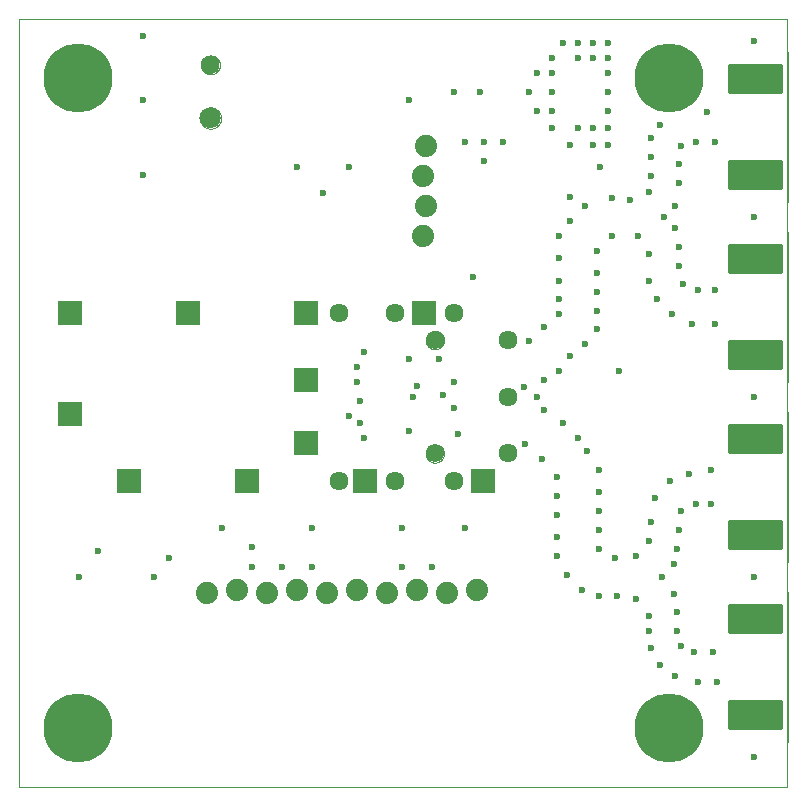
<source format=gbs>
G75*
%MOIN*%
%OFA0B0*%
%FSLAX25Y25*%
%IPPOS*%
%LPD*%
%AMOC8*
5,1,8,0,0,1.08239X$1,22.5*
%
%ADD10C,0.00000*%
%ADD11R,0.07874X0.07874*%
%ADD12C,0.06358*%
%ADD13C,0.06102*%
%ADD14C,0.23000*%
%ADD15C,0.01600*%
%ADD16C,0.06299*%
%ADD17C,0.07087*%
%ADD18C,0.07400*%
%ADD19C,0.02362*%
D10*
X0027667Y0001650D02*
X0027667Y0257555D01*
X0283573Y0257555D01*
X0283573Y0001650D01*
X0027667Y0001650D01*
X0163160Y0112752D02*
X0163162Y0112862D01*
X0163168Y0112972D01*
X0163178Y0113082D01*
X0163192Y0113191D01*
X0163210Y0113300D01*
X0163231Y0113408D01*
X0163257Y0113515D01*
X0163286Y0113621D01*
X0163320Y0113726D01*
X0163357Y0113830D01*
X0163398Y0113932D01*
X0163442Y0114033D01*
X0163490Y0114132D01*
X0163542Y0114230D01*
X0163597Y0114325D01*
X0163655Y0114418D01*
X0163717Y0114509D01*
X0163782Y0114598D01*
X0163850Y0114685D01*
X0163922Y0114769D01*
X0163996Y0114850D01*
X0164073Y0114929D01*
X0164153Y0115005D01*
X0164236Y0115077D01*
X0164321Y0115147D01*
X0164409Y0115214D01*
X0164499Y0115277D01*
X0164591Y0115337D01*
X0164685Y0115394D01*
X0164782Y0115448D01*
X0164880Y0115497D01*
X0164980Y0115544D01*
X0165082Y0115586D01*
X0165185Y0115625D01*
X0165289Y0115660D01*
X0165395Y0115692D01*
X0165501Y0115719D01*
X0165609Y0115743D01*
X0165717Y0115763D01*
X0165826Y0115779D01*
X0165936Y0115791D01*
X0166046Y0115799D01*
X0166156Y0115803D01*
X0166266Y0115803D01*
X0166376Y0115799D01*
X0166486Y0115791D01*
X0166596Y0115779D01*
X0166705Y0115763D01*
X0166813Y0115743D01*
X0166921Y0115719D01*
X0167027Y0115692D01*
X0167133Y0115660D01*
X0167237Y0115625D01*
X0167340Y0115586D01*
X0167442Y0115544D01*
X0167542Y0115497D01*
X0167640Y0115448D01*
X0167736Y0115394D01*
X0167831Y0115337D01*
X0167923Y0115277D01*
X0168013Y0115214D01*
X0168101Y0115147D01*
X0168186Y0115077D01*
X0168269Y0115005D01*
X0168349Y0114929D01*
X0168426Y0114850D01*
X0168500Y0114769D01*
X0168572Y0114685D01*
X0168640Y0114598D01*
X0168705Y0114509D01*
X0168767Y0114418D01*
X0168825Y0114325D01*
X0168880Y0114230D01*
X0168932Y0114132D01*
X0168980Y0114033D01*
X0169024Y0113932D01*
X0169065Y0113830D01*
X0169102Y0113726D01*
X0169136Y0113621D01*
X0169165Y0113515D01*
X0169191Y0113408D01*
X0169212Y0113300D01*
X0169230Y0113191D01*
X0169244Y0113082D01*
X0169254Y0112972D01*
X0169260Y0112862D01*
X0169262Y0112752D01*
X0169260Y0112642D01*
X0169254Y0112532D01*
X0169244Y0112422D01*
X0169230Y0112313D01*
X0169212Y0112204D01*
X0169191Y0112096D01*
X0169165Y0111989D01*
X0169136Y0111883D01*
X0169102Y0111778D01*
X0169065Y0111674D01*
X0169024Y0111572D01*
X0168980Y0111471D01*
X0168932Y0111372D01*
X0168880Y0111274D01*
X0168825Y0111179D01*
X0168767Y0111086D01*
X0168705Y0110995D01*
X0168640Y0110906D01*
X0168572Y0110819D01*
X0168500Y0110735D01*
X0168426Y0110654D01*
X0168349Y0110575D01*
X0168269Y0110499D01*
X0168186Y0110427D01*
X0168101Y0110357D01*
X0168013Y0110290D01*
X0167923Y0110227D01*
X0167831Y0110167D01*
X0167737Y0110110D01*
X0167640Y0110056D01*
X0167542Y0110007D01*
X0167442Y0109960D01*
X0167340Y0109918D01*
X0167237Y0109879D01*
X0167133Y0109844D01*
X0167027Y0109812D01*
X0166921Y0109785D01*
X0166813Y0109761D01*
X0166705Y0109741D01*
X0166596Y0109725D01*
X0166486Y0109713D01*
X0166376Y0109705D01*
X0166266Y0109701D01*
X0166156Y0109701D01*
X0166046Y0109705D01*
X0165936Y0109713D01*
X0165826Y0109725D01*
X0165717Y0109741D01*
X0165609Y0109761D01*
X0165501Y0109785D01*
X0165395Y0109812D01*
X0165289Y0109844D01*
X0165185Y0109879D01*
X0165082Y0109918D01*
X0164980Y0109960D01*
X0164880Y0110007D01*
X0164782Y0110056D01*
X0164685Y0110110D01*
X0164591Y0110167D01*
X0164499Y0110227D01*
X0164409Y0110290D01*
X0164321Y0110357D01*
X0164236Y0110427D01*
X0164153Y0110499D01*
X0164073Y0110575D01*
X0163996Y0110654D01*
X0163922Y0110735D01*
X0163850Y0110819D01*
X0163782Y0110906D01*
X0163717Y0110995D01*
X0163655Y0111086D01*
X0163597Y0111179D01*
X0163542Y0111274D01*
X0163490Y0111372D01*
X0163442Y0111471D01*
X0163398Y0111572D01*
X0163357Y0111674D01*
X0163320Y0111778D01*
X0163286Y0111883D01*
X0163257Y0111989D01*
X0163231Y0112096D01*
X0163210Y0112204D01*
X0163192Y0112313D01*
X0163178Y0112422D01*
X0163168Y0112532D01*
X0163162Y0112642D01*
X0163160Y0112752D01*
X0163160Y0150547D02*
X0163162Y0150657D01*
X0163168Y0150767D01*
X0163178Y0150877D01*
X0163192Y0150986D01*
X0163210Y0151095D01*
X0163231Y0151203D01*
X0163257Y0151310D01*
X0163286Y0151416D01*
X0163320Y0151521D01*
X0163357Y0151625D01*
X0163398Y0151727D01*
X0163442Y0151828D01*
X0163490Y0151927D01*
X0163542Y0152025D01*
X0163597Y0152120D01*
X0163655Y0152213D01*
X0163717Y0152304D01*
X0163782Y0152393D01*
X0163850Y0152480D01*
X0163922Y0152564D01*
X0163996Y0152645D01*
X0164073Y0152724D01*
X0164153Y0152800D01*
X0164236Y0152872D01*
X0164321Y0152942D01*
X0164409Y0153009D01*
X0164499Y0153072D01*
X0164591Y0153132D01*
X0164685Y0153189D01*
X0164782Y0153243D01*
X0164880Y0153292D01*
X0164980Y0153339D01*
X0165082Y0153381D01*
X0165185Y0153420D01*
X0165289Y0153455D01*
X0165395Y0153487D01*
X0165501Y0153514D01*
X0165609Y0153538D01*
X0165717Y0153558D01*
X0165826Y0153574D01*
X0165936Y0153586D01*
X0166046Y0153594D01*
X0166156Y0153598D01*
X0166266Y0153598D01*
X0166376Y0153594D01*
X0166486Y0153586D01*
X0166596Y0153574D01*
X0166705Y0153558D01*
X0166813Y0153538D01*
X0166921Y0153514D01*
X0167027Y0153487D01*
X0167133Y0153455D01*
X0167237Y0153420D01*
X0167340Y0153381D01*
X0167442Y0153339D01*
X0167542Y0153292D01*
X0167640Y0153243D01*
X0167736Y0153189D01*
X0167831Y0153132D01*
X0167923Y0153072D01*
X0168013Y0153009D01*
X0168101Y0152942D01*
X0168186Y0152872D01*
X0168269Y0152800D01*
X0168349Y0152724D01*
X0168426Y0152645D01*
X0168500Y0152564D01*
X0168572Y0152480D01*
X0168640Y0152393D01*
X0168705Y0152304D01*
X0168767Y0152213D01*
X0168825Y0152120D01*
X0168880Y0152025D01*
X0168932Y0151927D01*
X0168980Y0151828D01*
X0169024Y0151727D01*
X0169065Y0151625D01*
X0169102Y0151521D01*
X0169136Y0151416D01*
X0169165Y0151310D01*
X0169191Y0151203D01*
X0169212Y0151095D01*
X0169230Y0150986D01*
X0169244Y0150877D01*
X0169254Y0150767D01*
X0169260Y0150657D01*
X0169262Y0150547D01*
X0169260Y0150437D01*
X0169254Y0150327D01*
X0169244Y0150217D01*
X0169230Y0150108D01*
X0169212Y0149999D01*
X0169191Y0149891D01*
X0169165Y0149784D01*
X0169136Y0149678D01*
X0169102Y0149573D01*
X0169065Y0149469D01*
X0169024Y0149367D01*
X0168980Y0149266D01*
X0168932Y0149167D01*
X0168880Y0149069D01*
X0168825Y0148974D01*
X0168767Y0148881D01*
X0168705Y0148790D01*
X0168640Y0148701D01*
X0168572Y0148614D01*
X0168500Y0148530D01*
X0168426Y0148449D01*
X0168349Y0148370D01*
X0168269Y0148294D01*
X0168186Y0148222D01*
X0168101Y0148152D01*
X0168013Y0148085D01*
X0167923Y0148022D01*
X0167831Y0147962D01*
X0167737Y0147905D01*
X0167640Y0147851D01*
X0167542Y0147802D01*
X0167442Y0147755D01*
X0167340Y0147713D01*
X0167237Y0147674D01*
X0167133Y0147639D01*
X0167027Y0147607D01*
X0166921Y0147580D01*
X0166813Y0147556D01*
X0166705Y0147536D01*
X0166596Y0147520D01*
X0166486Y0147508D01*
X0166376Y0147500D01*
X0166266Y0147496D01*
X0166156Y0147496D01*
X0166046Y0147500D01*
X0165936Y0147508D01*
X0165826Y0147520D01*
X0165717Y0147536D01*
X0165609Y0147556D01*
X0165501Y0147580D01*
X0165395Y0147607D01*
X0165289Y0147639D01*
X0165185Y0147674D01*
X0165082Y0147713D01*
X0164980Y0147755D01*
X0164880Y0147802D01*
X0164782Y0147851D01*
X0164685Y0147905D01*
X0164591Y0147962D01*
X0164499Y0148022D01*
X0164409Y0148085D01*
X0164321Y0148152D01*
X0164236Y0148222D01*
X0164153Y0148294D01*
X0164073Y0148370D01*
X0163996Y0148449D01*
X0163922Y0148530D01*
X0163850Y0148614D01*
X0163782Y0148701D01*
X0163717Y0148790D01*
X0163655Y0148881D01*
X0163597Y0148974D01*
X0163542Y0149069D01*
X0163490Y0149167D01*
X0163442Y0149266D01*
X0163398Y0149367D01*
X0163357Y0149469D01*
X0163320Y0149573D01*
X0163286Y0149678D01*
X0163257Y0149784D01*
X0163231Y0149891D01*
X0163210Y0149999D01*
X0163192Y0150108D01*
X0163178Y0150217D01*
X0163168Y0150327D01*
X0163162Y0150437D01*
X0163160Y0150547D01*
X0087874Y0224563D02*
X0087876Y0224681D01*
X0087882Y0224800D01*
X0087892Y0224918D01*
X0087906Y0225035D01*
X0087923Y0225152D01*
X0087945Y0225269D01*
X0087971Y0225384D01*
X0088000Y0225499D01*
X0088033Y0225613D01*
X0088070Y0225725D01*
X0088111Y0225836D01*
X0088155Y0225946D01*
X0088203Y0226054D01*
X0088255Y0226161D01*
X0088310Y0226266D01*
X0088369Y0226369D01*
X0088431Y0226469D01*
X0088496Y0226568D01*
X0088565Y0226665D01*
X0088636Y0226759D01*
X0088711Y0226850D01*
X0088789Y0226940D01*
X0088870Y0227026D01*
X0088954Y0227110D01*
X0089040Y0227191D01*
X0089130Y0227269D01*
X0089221Y0227344D01*
X0089315Y0227415D01*
X0089412Y0227484D01*
X0089511Y0227549D01*
X0089611Y0227611D01*
X0089714Y0227670D01*
X0089819Y0227725D01*
X0089926Y0227777D01*
X0090034Y0227825D01*
X0090144Y0227869D01*
X0090255Y0227910D01*
X0090367Y0227947D01*
X0090481Y0227980D01*
X0090596Y0228009D01*
X0090711Y0228035D01*
X0090828Y0228057D01*
X0090945Y0228074D01*
X0091062Y0228088D01*
X0091180Y0228098D01*
X0091299Y0228104D01*
X0091417Y0228106D01*
X0091535Y0228104D01*
X0091654Y0228098D01*
X0091772Y0228088D01*
X0091889Y0228074D01*
X0092006Y0228057D01*
X0092123Y0228035D01*
X0092238Y0228009D01*
X0092353Y0227980D01*
X0092467Y0227947D01*
X0092579Y0227910D01*
X0092690Y0227869D01*
X0092800Y0227825D01*
X0092908Y0227777D01*
X0093015Y0227725D01*
X0093120Y0227670D01*
X0093223Y0227611D01*
X0093323Y0227549D01*
X0093422Y0227484D01*
X0093519Y0227415D01*
X0093613Y0227344D01*
X0093704Y0227269D01*
X0093794Y0227191D01*
X0093880Y0227110D01*
X0093964Y0227026D01*
X0094045Y0226940D01*
X0094123Y0226850D01*
X0094198Y0226759D01*
X0094269Y0226665D01*
X0094338Y0226568D01*
X0094403Y0226469D01*
X0094465Y0226369D01*
X0094524Y0226266D01*
X0094579Y0226161D01*
X0094631Y0226054D01*
X0094679Y0225946D01*
X0094723Y0225836D01*
X0094764Y0225725D01*
X0094801Y0225613D01*
X0094834Y0225499D01*
X0094863Y0225384D01*
X0094889Y0225269D01*
X0094911Y0225152D01*
X0094928Y0225035D01*
X0094942Y0224918D01*
X0094952Y0224800D01*
X0094958Y0224681D01*
X0094960Y0224563D01*
X0094958Y0224445D01*
X0094952Y0224326D01*
X0094942Y0224208D01*
X0094928Y0224091D01*
X0094911Y0223974D01*
X0094889Y0223857D01*
X0094863Y0223742D01*
X0094834Y0223627D01*
X0094801Y0223513D01*
X0094764Y0223401D01*
X0094723Y0223290D01*
X0094679Y0223180D01*
X0094631Y0223072D01*
X0094579Y0222965D01*
X0094524Y0222860D01*
X0094465Y0222757D01*
X0094403Y0222657D01*
X0094338Y0222558D01*
X0094269Y0222461D01*
X0094198Y0222367D01*
X0094123Y0222276D01*
X0094045Y0222186D01*
X0093964Y0222100D01*
X0093880Y0222016D01*
X0093794Y0221935D01*
X0093704Y0221857D01*
X0093613Y0221782D01*
X0093519Y0221711D01*
X0093422Y0221642D01*
X0093323Y0221577D01*
X0093223Y0221515D01*
X0093120Y0221456D01*
X0093015Y0221401D01*
X0092908Y0221349D01*
X0092800Y0221301D01*
X0092690Y0221257D01*
X0092579Y0221216D01*
X0092467Y0221179D01*
X0092353Y0221146D01*
X0092238Y0221117D01*
X0092123Y0221091D01*
X0092006Y0221069D01*
X0091889Y0221052D01*
X0091772Y0221038D01*
X0091654Y0221028D01*
X0091535Y0221022D01*
X0091417Y0221020D01*
X0091299Y0221022D01*
X0091180Y0221028D01*
X0091062Y0221038D01*
X0090945Y0221052D01*
X0090828Y0221069D01*
X0090711Y0221091D01*
X0090596Y0221117D01*
X0090481Y0221146D01*
X0090367Y0221179D01*
X0090255Y0221216D01*
X0090144Y0221257D01*
X0090034Y0221301D01*
X0089926Y0221349D01*
X0089819Y0221401D01*
X0089714Y0221456D01*
X0089611Y0221515D01*
X0089511Y0221577D01*
X0089412Y0221642D01*
X0089315Y0221711D01*
X0089221Y0221782D01*
X0089130Y0221857D01*
X0089040Y0221935D01*
X0088954Y0222016D01*
X0088870Y0222100D01*
X0088789Y0222186D01*
X0088711Y0222276D01*
X0088636Y0222367D01*
X0088565Y0222461D01*
X0088496Y0222558D01*
X0088431Y0222657D01*
X0088369Y0222757D01*
X0088310Y0222860D01*
X0088255Y0222965D01*
X0088203Y0223072D01*
X0088155Y0223180D01*
X0088111Y0223290D01*
X0088070Y0223401D01*
X0088033Y0223513D01*
X0088000Y0223627D01*
X0087971Y0223742D01*
X0087945Y0223857D01*
X0087923Y0223974D01*
X0087906Y0224091D01*
X0087892Y0224208D01*
X0087882Y0224326D01*
X0087876Y0224445D01*
X0087874Y0224563D01*
X0088267Y0242280D02*
X0088269Y0242392D01*
X0088275Y0242503D01*
X0088285Y0242615D01*
X0088299Y0242726D01*
X0088316Y0242836D01*
X0088338Y0242946D01*
X0088364Y0243055D01*
X0088393Y0243163D01*
X0088426Y0243269D01*
X0088463Y0243375D01*
X0088504Y0243479D01*
X0088549Y0243582D01*
X0088597Y0243683D01*
X0088648Y0243782D01*
X0088703Y0243879D01*
X0088762Y0243974D01*
X0088823Y0244068D01*
X0088888Y0244159D01*
X0088957Y0244247D01*
X0089028Y0244333D01*
X0089102Y0244417D01*
X0089180Y0244497D01*
X0089260Y0244575D01*
X0089343Y0244651D01*
X0089428Y0244723D01*
X0089516Y0244792D01*
X0089606Y0244858D01*
X0089699Y0244920D01*
X0089794Y0244980D01*
X0089891Y0245036D01*
X0089989Y0245088D01*
X0090090Y0245137D01*
X0090192Y0245182D01*
X0090296Y0245224D01*
X0090401Y0245262D01*
X0090508Y0245296D01*
X0090615Y0245326D01*
X0090724Y0245353D01*
X0090833Y0245375D01*
X0090944Y0245394D01*
X0091054Y0245409D01*
X0091166Y0245420D01*
X0091277Y0245427D01*
X0091389Y0245430D01*
X0091501Y0245429D01*
X0091613Y0245424D01*
X0091724Y0245415D01*
X0091835Y0245402D01*
X0091946Y0245385D01*
X0092056Y0245365D01*
X0092165Y0245340D01*
X0092273Y0245312D01*
X0092380Y0245279D01*
X0092486Y0245243D01*
X0092590Y0245203D01*
X0092693Y0245160D01*
X0092795Y0245113D01*
X0092894Y0245062D01*
X0092992Y0245008D01*
X0093088Y0244950D01*
X0093182Y0244889D01*
X0093273Y0244825D01*
X0093362Y0244758D01*
X0093449Y0244687D01*
X0093533Y0244613D01*
X0093615Y0244537D01*
X0093693Y0244457D01*
X0093769Y0244375D01*
X0093842Y0244290D01*
X0093912Y0244203D01*
X0093978Y0244113D01*
X0094042Y0244021D01*
X0094102Y0243927D01*
X0094159Y0243831D01*
X0094212Y0243732D01*
X0094262Y0243632D01*
X0094308Y0243531D01*
X0094351Y0243427D01*
X0094390Y0243322D01*
X0094425Y0243216D01*
X0094456Y0243109D01*
X0094484Y0243000D01*
X0094507Y0242891D01*
X0094527Y0242781D01*
X0094543Y0242670D01*
X0094555Y0242559D01*
X0094563Y0242448D01*
X0094567Y0242336D01*
X0094567Y0242224D01*
X0094563Y0242112D01*
X0094555Y0242001D01*
X0094543Y0241890D01*
X0094527Y0241779D01*
X0094507Y0241669D01*
X0094484Y0241560D01*
X0094456Y0241451D01*
X0094425Y0241344D01*
X0094390Y0241238D01*
X0094351Y0241133D01*
X0094308Y0241029D01*
X0094262Y0240928D01*
X0094212Y0240828D01*
X0094159Y0240729D01*
X0094102Y0240633D01*
X0094042Y0240539D01*
X0093978Y0240447D01*
X0093912Y0240357D01*
X0093842Y0240270D01*
X0093769Y0240185D01*
X0093693Y0240103D01*
X0093615Y0240023D01*
X0093533Y0239947D01*
X0093449Y0239873D01*
X0093362Y0239802D01*
X0093273Y0239735D01*
X0093182Y0239671D01*
X0093088Y0239610D01*
X0092992Y0239552D01*
X0092894Y0239498D01*
X0092795Y0239447D01*
X0092693Y0239400D01*
X0092590Y0239357D01*
X0092486Y0239317D01*
X0092380Y0239281D01*
X0092273Y0239248D01*
X0092165Y0239220D01*
X0092056Y0239195D01*
X0091946Y0239175D01*
X0091835Y0239158D01*
X0091724Y0239145D01*
X0091613Y0239136D01*
X0091501Y0239131D01*
X0091389Y0239130D01*
X0091277Y0239133D01*
X0091166Y0239140D01*
X0091054Y0239151D01*
X0090944Y0239166D01*
X0090833Y0239185D01*
X0090724Y0239207D01*
X0090615Y0239234D01*
X0090508Y0239264D01*
X0090401Y0239298D01*
X0090296Y0239336D01*
X0090192Y0239378D01*
X0090090Y0239423D01*
X0089989Y0239472D01*
X0089891Y0239524D01*
X0089794Y0239580D01*
X0089699Y0239640D01*
X0089606Y0239702D01*
X0089516Y0239768D01*
X0089428Y0239837D01*
X0089343Y0239909D01*
X0089260Y0239985D01*
X0089180Y0240063D01*
X0089102Y0240143D01*
X0089028Y0240227D01*
X0088957Y0240313D01*
X0088888Y0240401D01*
X0088823Y0240492D01*
X0088762Y0240586D01*
X0088703Y0240681D01*
X0088648Y0240778D01*
X0088597Y0240877D01*
X0088549Y0240978D01*
X0088504Y0241081D01*
X0088463Y0241185D01*
X0088426Y0241291D01*
X0088393Y0241397D01*
X0088364Y0241505D01*
X0088338Y0241614D01*
X0088316Y0241724D01*
X0088299Y0241834D01*
X0088285Y0241945D01*
X0088275Y0242057D01*
X0088269Y0242168D01*
X0088267Y0242280D01*
X0283917Y0246650D02*
X0283917Y0196650D01*
X0283917Y0186650D02*
X0283917Y0136650D01*
X0283917Y0126650D02*
X0283917Y0076650D01*
X0283917Y0066650D02*
X0283917Y0016650D01*
D11*
X0182352Y0103598D03*
X0142982Y0103598D03*
X0123297Y0116098D03*
X0103612Y0103598D03*
X0123297Y0137358D03*
X0123297Y0159701D03*
X0083927Y0159701D03*
X0044557Y0159701D03*
X0044557Y0125941D03*
X0064242Y0103598D03*
X0162667Y0159701D03*
D12*
X0152825Y0159701D03*
X0134321Y0159701D03*
X0172510Y0159701D03*
X0190620Y0150547D03*
X0190620Y0131650D03*
X0190620Y0112752D03*
X0172510Y0103598D03*
X0152825Y0103598D03*
X0134321Y0103598D03*
D13*
X0166211Y0112752D03*
X0166211Y0150547D03*
D14*
X0244203Y0237870D03*
X0047352Y0237870D03*
X0047352Y0021335D03*
X0244203Y0021335D03*
D15*
X0264717Y0029850D02*
X0281117Y0029850D01*
X0281117Y0021450D01*
X0264717Y0021450D01*
X0264717Y0029850D01*
X0264717Y0023049D02*
X0281117Y0023049D01*
X0281117Y0024648D02*
X0264717Y0024648D01*
X0264717Y0026247D02*
X0281117Y0026247D01*
X0281117Y0027846D02*
X0264717Y0027846D01*
X0264717Y0029445D02*
X0281117Y0029445D01*
X0281117Y0061850D02*
X0264717Y0061850D01*
X0281117Y0061850D02*
X0281117Y0053450D01*
X0264717Y0053450D01*
X0264717Y0061850D01*
X0264717Y0055049D02*
X0281117Y0055049D01*
X0281117Y0056648D02*
X0264717Y0056648D01*
X0264717Y0058247D02*
X0281117Y0058247D01*
X0281117Y0059846D02*
X0264717Y0059846D01*
X0264717Y0061445D02*
X0281117Y0061445D01*
X0281117Y0089850D02*
X0264717Y0089850D01*
X0281117Y0089850D02*
X0281117Y0081450D01*
X0264717Y0081450D01*
X0264717Y0089850D01*
X0264717Y0083049D02*
X0281117Y0083049D01*
X0281117Y0084648D02*
X0264717Y0084648D01*
X0264717Y0086247D02*
X0281117Y0086247D01*
X0281117Y0087846D02*
X0264717Y0087846D01*
X0264717Y0089445D02*
X0281117Y0089445D01*
X0281117Y0121850D02*
X0264717Y0121850D01*
X0281117Y0121850D02*
X0281117Y0113450D01*
X0264717Y0113450D01*
X0264717Y0121850D01*
X0264717Y0115049D02*
X0281117Y0115049D01*
X0281117Y0116648D02*
X0264717Y0116648D01*
X0264717Y0118247D02*
X0281117Y0118247D01*
X0281117Y0119846D02*
X0264717Y0119846D01*
X0264717Y0121445D02*
X0281117Y0121445D01*
X0281117Y0149850D02*
X0264717Y0149850D01*
X0281117Y0149850D02*
X0281117Y0141450D01*
X0264717Y0141450D01*
X0264717Y0149850D01*
X0264717Y0143049D02*
X0281117Y0143049D01*
X0281117Y0144648D02*
X0264717Y0144648D01*
X0264717Y0146247D02*
X0281117Y0146247D01*
X0281117Y0147846D02*
X0264717Y0147846D01*
X0264717Y0149445D02*
X0281117Y0149445D01*
X0281117Y0181850D02*
X0264717Y0181850D01*
X0281117Y0181850D02*
X0281117Y0173450D01*
X0264717Y0173450D01*
X0264717Y0181850D01*
X0264717Y0175049D02*
X0281117Y0175049D01*
X0281117Y0176648D02*
X0264717Y0176648D01*
X0264717Y0178247D02*
X0281117Y0178247D01*
X0281117Y0179846D02*
X0264717Y0179846D01*
X0264717Y0181445D02*
X0281117Y0181445D01*
X0281117Y0209850D02*
X0264717Y0209850D01*
X0281117Y0209850D02*
X0281117Y0201450D01*
X0264717Y0201450D01*
X0264717Y0209850D01*
X0264717Y0203049D02*
X0281117Y0203049D01*
X0281117Y0204648D02*
X0264717Y0204648D01*
X0264717Y0206247D02*
X0281117Y0206247D01*
X0281117Y0207846D02*
X0264717Y0207846D01*
X0264717Y0209445D02*
X0281117Y0209445D01*
X0281117Y0241850D02*
X0264717Y0241850D01*
X0281117Y0241850D02*
X0281117Y0233450D01*
X0264717Y0233450D01*
X0264717Y0241850D01*
X0264717Y0235049D02*
X0281117Y0235049D01*
X0281117Y0236648D02*
X0264717Y0236648D01*
X0264717Y0238247D02*
X0281117Y0238247D01*
X0281117Y0239846D02*
X0264717Y0239846D01*
X0264717Y0241445D02*
X0281117Y0241445D01*
D16*
X0091417Y0242280D03*
D17*
X0091417Y0224563D03*
D18*
X0163167Y0215400D03*
X0162167Y0205400D03*
X0163167Y0195400D03*
X0162167Y0185400D03*
X0160167Y0067150D03*
X0150167Y0066150D03*
X0140167Y0067150D03*
X0130167Y0066150D03*
X0120167Y0067150D03*
X0110167Y0066150D03*
X0100167Y0067150D03*
X0090167Y0066150D03*
X0170167Y0066150D03*
X0180167Y0067150D03*
D19*
X0165167Y0074775D03*
X0155167Y0074775D03*
X0155167Y0087900D03*
X0176417Y0087900D03*
X0202042Y0111025D03*
X0196417Y0116025D03*
X0202667Y0127275D03*
X0200167Y0131650D03*
X0195792Y0134775D03*
X0202667Y0137275D03*
X0207667Y0140400D03*
X0211417Y0145400D03*
X0216417Y0149150D03*
X0220167Y0154150D03*
X0220167Y0160400D03*
X0220167Y0166650D03*
X0220167Y0172900D03*
X0220167Y0180400D03*
X0225167Y0185400D03*
X0233917Y0185400D03*
X0237667Y0179150D03*
X0247667Y0181650D03*
X0247667Y0175400D03*
X0248917Y0169150D03*
X0253917Y0167275D03*
X0259542Y0167275D03*
X0259542Y0156025D03*
X0252042Y0156025D03*
X0245167Y0159150D03*
X0240167Y0164150D03*
X0237667Y0170400D03*
X0246417Y0187900D03*
X0242667Y0191650D03*
X0246417Y0195400D03*
X0247667Y0202900D03*
X0247667Y0209150D03*
X0248292Y0215400D03*
X0253292Y0216650D03*
X0259542Y0216650D03*
X0257042Y0226650D03*
X0241417Y0222275D03*
X0238292Y0217900D03*
X0238292Y0211650D03*
X0238292Y0205400D03*
X0237667Y0199775D03*
X0231417Y0197275D03*
X0225167Y0197900D03*
X0216417Y0195400D03*
X0211417Y0198215D03*
X0211417Y0190400D03*
X0207667Y0185400D03*
X0207667Y0177900D03*
X0207667Y0170400D03*
X0207667Y0164150D03*
X0207667Y0159150D03*
X0202667Y0154775D03*
X0197667Y0150400D03*
X0178917Y0171650D03*
X0167667Y0144150D03*
X0172667Y0136650D03*
X0168917Y0132275D03*
X0172667Y0127900D03*
X0173917Y0119150D03*
X0157667Y0120400D03*
X0158917Y0131650D03*
X0160167Y0135400D03*
X0157667Y0144150D03*
X0142667Y0146650D03*
X0140167Y0141650D03*
X0140167Y0136650D03*
X0141417Y0130400D03*
X0137667Y0125400D03*
X0141417Y0122900D03*
X0142667Y0117900D03*
X0125167Y0087900D03*
X0125167Y0074775D03*
X0115167Y0074775D03*
X0105167Y0074775D03*
X0105167Y0081650D03*
X0095167Y0087900D03*
X0077667Y0077900D03*
X0072667Y0071650D03*
X0053917Y0080400D03*
X0047667Y0071650D03*
X0128917Y0199465D03*
X0120167Y0208215D03*
X0137667Y0208215D03*
X0157667Y0230715D03*
X0172667Y0233215D03*
X0181417Y0233215D03*
X0197667Y0233215D03*
X0200167Y0226965D03*
X0205167Y0226965D03*
X0205167Y0221340D03*
X0211417Y0215715D03*
X0213917Y0221340D03*
X0218917Y0221340D03*
X0223917Y0221340D03*
X0223917Y0226965D03*
X0223917Y0233215D03*
X0223917Y0239465D03*
X0223917Y0244465D03*
X0223917Y0249465D03*
X0218917Y0249465D03*
X0213917Y0249465D03*
X0213917Y0244465D03*
X0218917Y0244465D03*
X0208917Y0249465D03*
X0205167Y0244465D03*
X0205167Y0239465D03*
X0200167Y0239465D03*
X0205167Y0233215D03*
X0218917Y0215715D03*
X0223917Y0215715D03*
X0221417Y0208215D03*
X0188917Y0216650D03*
X0182667Y0216650D03*
X0176417Y0216650D03*
X0182667Y0210400D03*
X0227667Y0140400D03*
X0208917Y0122900D03*
X0213917Y0117900D03*
X0217042Y0113525D03*
X0220792Y0107275D03*
X0220792Y0099775D03*
X0220792Y0093525D03*
X0220792Y0087275D03*
X0220792Y0081025D03*
X0226417Y0077900D03*
X0233292Y0078525D03*
X0237667Y0083525D03*
X0238292Y0089775D03*
X0239542Y0097900D03*
X0244542Y0103525D03*
X0250792Y0106025D03*
X0258292Y0107275D03*
X0258292Y0096025D03*
X0253292Y0096025D03*
X0248292Y0093525D03*
X0247667Y0087275D03*
X0247042Y0081025D03*
X0245792Y0076025D03*
X0242042Y0071650D03*
X0245792Y0066025D03*
X0247042Y0059775D03*
X0247042Y0053525D03*
X0248292Y0048525D03*
X0252667Y0046650D03*
X0258917Y0046650D03*
X0260167Y0036650D03*
X0253917Y0036650D03*
X0246417Y0038525D03*
X0241417Y0042275D03*
X0238292Y0047900D03*
X0237667Y0053525D03*
X0237667Y0058525D03*
X0233292Y0064150D03*
X0227042Y0065400D03*
X0220792Y0065400D03*
X0215167Y0067275D03*
X0210167Y0072275D03*
X0207042Y0078525D03*
X0207042Y0084775D03*
X0207042Y0092275D03*
X0207042Y0098525D03*
X0207042Y0104775D03*
X0272667Y0131650D03*
X0272667Y0191650D03*
X0272667Y0250400D03*
X0068917Y0251965D03*
X0068917Y0230715D03*
X0068917Y0205715D03*
X0272667Y0071650D03*
X0272667Y0011650D03*
M02*

</source>
